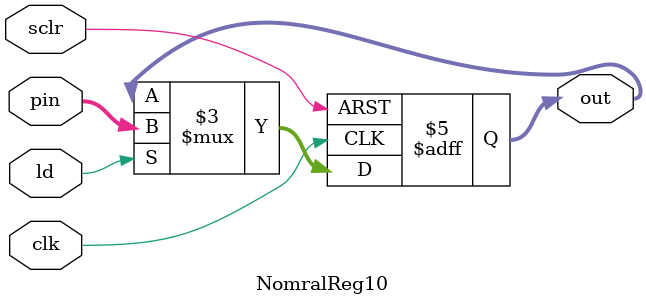
<source format=v>
module NomralReg10(clk, sclr, ld, pin, out);
	input clk, sclr, ld;
	input [9:0] pin;
	output [9:0] out;
	reg [9:0] out = 10'b00_0000_0000;
	
    always @(posedge clk, posedge sclr) begin
        if (sclr)
            out <= 10'b0;
        else if (ld)
        	out <= pin;
    end
endmodule
</source>
